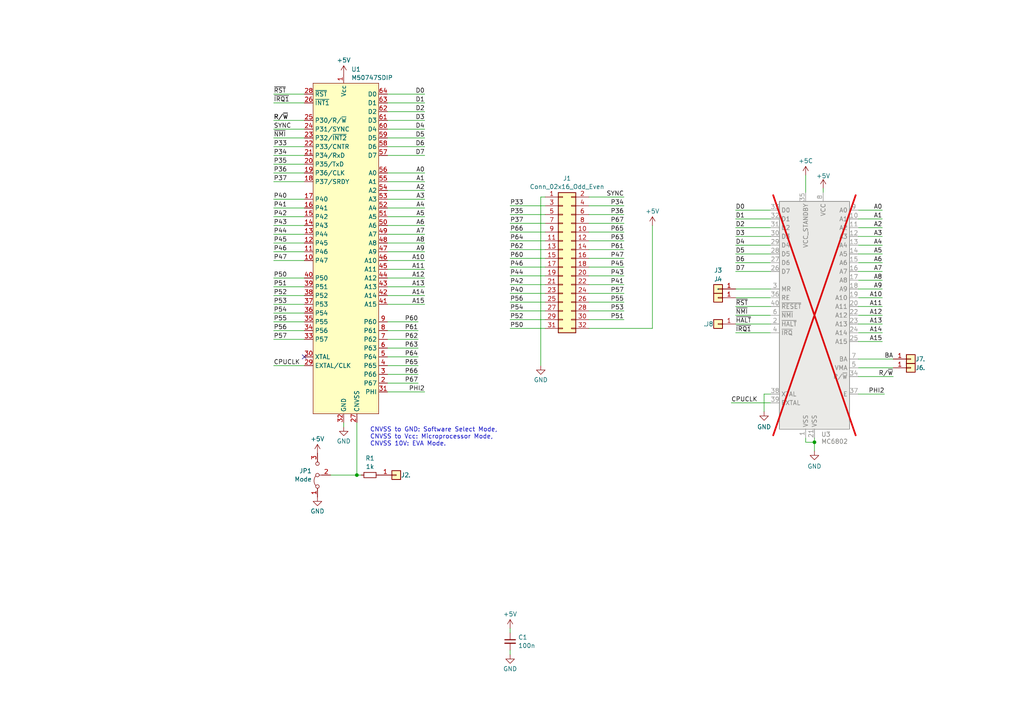
<source format=kicad_sch>
(kicad_sch (version 20231120) (generator "eeschema") (generator_version "8.0")
  (paper "A4")
  (lib_symbols
    (symbol "CPU_NXP_6800:MC6802"
      (property "Reference" "U99" (at 1.9559 -34.552 0))
      (property "Value" "MC6802" (at 1.9559 -36.6 0))
      (symbol "MC6802_0_1"
        (rectangle (start -10.16 -33.02) (end 10.16 33.02) (stroke (width 0.254)) (fill (type background)))
      )
      (symbol "MC6802_1_1"
        (pin power_in line (at -2.54 -35.56 90) (length 2.54) (name "VSS") (number "1"))
        (pin output line (at 12.7 27.94 180) (length 2.54) (name "A1") (number "10"))
        (pin output line (at 12.7 25.4 180) (length 2.54) (name "A2") (number "11"))
        (pin output line (at 12.7 22.86 180) (length 2.54) (name "A3") (number "12"))
        (pin output line (at 12.7 20.32 180) (length 2.54) (name "A4") (number "13"))
        (pin output line (at 12.7 17.78 180) (length 2.54) (name "A5") (number "14"))
        (pin output line (at 12.7 15.24 180) (length 2.54) (name "A6") (number "15"))
        (pin output line (at 12.7 12.7 180) (length 2.54) (name "A7") (number "16"))
        (pin output line (at 12.7 10.16 180) (length 2.54) (name "A8") (number "17"))
        (pin output line (at 12.7 7.62 180) (length 2.54) (name "A9") (number "18"))
        (pin output line (at 12.7 5.08 180) (length 2.54) (name "A10") (number "19"))
        (pin input line (at -12.7 -2.54 0) (length 2.54) (name "~{HALT}") (number "2"))
        (pin output line (at 12.7 2.54 180) (length 2.54) (name "A11") (number "20"))
        (pin power_in line (at 0 -35.56 90) (length 2.54) (name "VSS") (number "21"))
        (pin output line (at 12.7 0 180) (length 2.54) (name "A12") (number "22"))
        (pin output line (at 12.7 -2.54 180) (length 2.54) (name "A13") (number "23"))
        (pin output line (at 12.7 -5.08 180) (length 2.54) (name "A14") (number "24"))
        (pin output line (at 12.7 -7.62 180) (length 2.54) (name "A15") (number "25"))
        (pin bidirectional line (at -12.7 12.7 0) (length 2.54) (name "D7") (number "26"))
        (pin bidirectional line (at -12.7 15.24 0) (length 2.54) (name "D6") (number "27"))
        (pin bidirectional line (at -12.7 17.78 0) (length 2.54) (name "D5") (number "28"))
        (pin bidirectional line (at -12.7 20.32 0) (length 2.54) (name "D4") (number "29"))
        (pin input line (at -12.7 7.62 0) (length 2.54) (name "MR") (number "3"))
        (pin bidirectional line (at -12.7 22.86 0) (length 2.54) (name "D3") (number "30"))
        (pin bidirectional line (at -12.7 25.4 0) (length 2.54) (name "D2") (number "31"))
        (pin bidirectional line (at -12.7 27.94 0) (length 2.54) (name "D1") (number "32"))
        (pin bidirectional line (at -12.7 30.48 0) (length 2.54) (name "D0") (number "33"))
        (pin output line (at 12.7 -17.78 180) (length 2.54) (name "R/~{W}") (number "34"))
        (pin power_in line (at -2.54 35.56 270) (length 2.54) (name "VCC_STANDBY") (number "35"))
        (pin input line (at -12.7 5.08 0) (length 2.54) (name "RE") (number "36"))
        (pin output line (at 12.7 -22.86 180) (length 2.54) (name "E") (number "37"))
        (pin passive line (at -12.7 -22.86 0) (length 2.54) (name "XTAL") (number "38"))
        (pin passive line (at -12.7 -25.4 0) (length 2.54) (name "EXTAL") (number "39"))
        (pin input line (at -12.7 -5.08 0) (length 2.54) (name "~{IRQ}") (number "4"))
        (pin input line (at -12.7 2.54 0) (length 2.54) (name "~{RESET}") (number "40"))
        (pin output line (at 12.7 -15.24 180) (length 2.54) (name "VMA") (number "5"))
        (pin input line (at -12.7 0 0) (length 2.54) (name "~{NMI}") (number "6"))
        (pin output line (at 12.7 -12.7 180) (length 2.54) (name "BA") (number "7"))
        (pin power_in line (at 2.54 35.56 270) (length 2.54) (name "VCC") (number "8"))
        (pin output line (at 12.7 30.48 180) (length 2.54) (name "A0") (number "9"))
      )
    )
    (symbol "Connector_Generic:Conn_01x01" (pin_names (offset 1.016) hide)
      (property "Reference" "J" (at 0 2.54 0))
      (property "Value" "Conn_01x01" (at 0 -2.54 0))
      (symbol "Conn_01x01_1_1"
        (rectangle (start -1.27 0.127) (end 0 -0.127) (stroke (width 0.1524)))
        (rectangle (start -1.27 1.27) (end 1.27 -1.27) (stroke (width 0.254)) (fill (type background)))
        (pin passive line (at -5.08 0 0) (length 3.81) (name "Pin_1") (number "1"))
      )
    )
    (symbol "Connector_Generic:Conn_02x16_Odd_Even" (pin_names (offset 1.016) hide)
      (property "Reference" "J" (at 1.27 20.32 0))
      (property "Value" "Conn_02x16_Odd_Even" (at 1.27 -22.86 0))
      (symbol "Conn_02x16_Odd_Even_1_1"
        (rectangle (start -1.27 -20.193) (end 0 -20.447) (stroke (width 0.1524)))
        (rectangle (start -1.27 -17.653) (end 0 -17.907) (stroke (width 0.1524)))
        (rectangle (start -1.27 -15.113) (end 0 -15.367) (stroke (width 0.1524)))
        (rectangle (start -1.27 -12.573) (end 0 -12.827) (stroke (width 0.1524)))
        (rectangle (start -1.27 -10.033) (end 0 -10.287) (stroke (width 0.1524)))
        (rectangle (start -1.27 -7.493) (end 0 -7.747) (stroke (width 0.1524)))
        (rectangle (start -1.27 -4.953) (end 0 -5.207) (stroke (width 0.1524)))
        (rectangle (start -1.27 -2.413) (end 0 -2.667) (stroke (width 0.1524)))
        (rectangle (start -1.27 0.127) (end 0 -0.127) (stroke (width 0.1524)))
        (rectangle (start -1.27 2.667) (end 0 2.413) (stroke (width 0.1524)))
        (rectangle (start -1.27 5.207) (end 0 4.953) (stroke (width 0.1524)))
        (rectangle (start -1.27 7.747) (end 0 7.493) (stroke (width 0.1524)))
        (rectangle (start -1.27 10.287) (end 0 10.033) (stroke (width 0.1524)))
        (rectangle (start -1.27 12.827) (end 0 12.573) (stroke (width 0.1524)))
        (rectangle (start -1.27 15.367) (end 0 15.113) (stroke (width 0.1524)))
        (rectangle (start -1.27 17.907) (end 0 17.653) (stroke (width 0.1524)))
        (rectangle (start -1.27 19.05) (end 3.81 -21.59) (stroke (width 0.254)) (fill (type background)))
        (rectangle (start 3.81 -20.193) (end 2.54 -20.447) (stroke (width 0.1524)))
        (rectangle (start 3.81 -17.653) (end 2.54 -17.907) (stroke (width 0.1524)))
        (rectangle (start 3.81 -15.113) (end 2.54 -15.367) (stroke (width 0.1524)))
        (rectangle (start 3.81 -12.573) (end 2.54 -12.827) (stroke (width 0.1524)))
        (rectangle (start 3.81 -10.033) (end 2.54 -10.287) (stroke (width 0.1524)))
        (rectangle (start 3.81 -7.493) (end 2.54 -7.747) (stroke (width 0.1524)))
        (rectangle (start 3.81 -4.953) (end 2.54 -5.207) (stroke (width 0.1524)))
        (rectangle (start 3.81 -2.413) (end 2.54 -2.667) (stroke (width 0.1524)))
        (rectangle (start 3.81 0.127) (end 2.54 -0.127) (stroke (width 0.1524)))
        (rectangle (start 3.81 2.667) (end 2.54 2.413) (stroke (width 0.1524)))
        (rectangle (start 3.81 5.207) (end 2.54 4.953) (stroke (width 0.1524)))
        (rectangle (start 3.81 7.747) (end 2.54 7.493) (stroke (width 0.1524)))
        (rectangle (start 3.81 10.287) (end 2.54 10.033) (stroke (width 0.1524)))
        (rectangle (start 3.81 12.827) (end 2.54 12.573) (stroke (width 0.1524)))
        (rectangle (start 3.81 15.367) (end 2.54 15.113) (stroke (width 0.1524)))
        (rectangle (start 3.81 17.907) (end 2.54 17.653) (stroke (width 0.1524)))
        (pin passive line (at -5.08 17.78 0) (length 3.81) (name "Pin_1") (number "1"))
        (pin passive line (at 7.62 7.62 180) (length 3.81) (name "Pin_10") (number "10"))
        (pin passive line (at -5.08 5.08 0) (length 3.81) (name "Pin_11") (number "11"))
        (pin passive line (at 7.62 5.08 180) (length 3.81) (name "Pin_12") (number "12"))
        (pin passive line (at -5.08 2.54 0) (length 3.81) (name "Pin_13") (number "13"))
        (pin passive line (at 7.62 2.54 180) (length 3.81) (name "Pin_14") (number "14"))
        (pin passive line (at -5.08 0 0) (length 3.81) (name "Pin_15") (number "15"))
        (pin passive line (at 7.62 0 180) (length 3.81) (name "Pin_16") (number "16"))
        (pin passive line (at -5.08 -2.54 0) (length 3.81) (name "Pin_17") (number "17"))
        (pin passive line (at 7.62 -2.54 180) (length 3.81) (name "Pin_18") (number "18"))
        (pin passive line (at -5.08 -5.08 0) (length 3.81) (name "Pin_19") (number "19"))
        (pin passive line (at 7.62 17.78 180) (length 3.81) (name "Pin_2") (number "2"))
        (pin passive line (at 7.62 -5.08 180) (length 3.81) (name "Pin_20") (number "20"))
        (pin passive line (at -5.08 -7.62 0) (length 3.81) (name "Pin_21") (number "21"))
        (pin passive line (at 7.62 -7.62 180) (length 3.81) (name "Pin_22") (number "22"))
        (pin passive line (at -5.08 -10.16 0) (length 3.81) (name "Pin_23") (number "23"))
        (pin passive line (at 7.62 -10.16 180) (length 3.81) (name "Pin_24") (number "24"))
        (pin passive line (at -5.08 -12.7 0) (length 3.81) (name "Pin_25") (number "25"))
        (pin passive line (at 7.62 -12.7 180) (length 3.81) (name "Pin_26") (number "26"))
        (pin passive line (at -5.08 -15.24 0) (length 3.81) (name "Pin_27") (number "27"))
        (pin passive line (at 7.62 -15.24 180) (length 3.81) (name "Pin_28") (number "28"))
        (pin passive line (at -5.08 -17.78 0) (length 3.81) (name "Pin_29") (number "29"))
        (pin passive line (at -5.08 15.24 0) (length 3.81) (name "Pin_3") (number "3"))
        (pin passive line (at 7.62 -17.78 180) (length 3.81) (name "Pin_30") (number "30"))
        (pin passive line (at -5.08 -20.32 0) (length 3.81) (name "Pin_31") (number "31"))
        (pin passive line (at 7.62 -20.32 180) (length 3.81) (name "Pin_32") (number "32"))
        (pin passive line (at 7.62 15.24 180) (length 3.81) (name "Pin_4") (number "4"))
        (pin passive line (at -5.08 12.7 0) (length 3.81) (name "Pin_5") (number "5"))
        (pin passive line (at 7.62 12.7 180) (length 3.81) (name "Pin_6") (number "6"))
        (pin passive line (at -5.08 10.16 0) (length 3.81) (name "Pin_7") (number "7"))
        (pin passive line (at 7.62 10.16 180) (length 3.81) (name "Pin_8") (number "8"))
        (pin passive line (at -5.08 7.62 0) (length 3.81) (name "Pin_9") (number "9"))
      )
    )
    (symbol "Device:C_Small" (pin_numbers hide) (pin_names (offset 0.254) hide)
      (property "Reference" "C" (at 0.254 1.778 0))
      (property "Value" "C_Small" (at 0.254 -2.032 0))
      (symbol "C_Small_0_1"
        (polyline (pts (xy -1.524 -0.508) (xy 1.524 -0.508)) (stroke (width 0.3302)))
        (polyline (pts (xy -1.524 0.508) (xy 1.524 0.508)) (stroke (width 0.3048)))
      )
      (symbol "C_Small_1_1"
        (pin passive line (at 0 2.54 270) (length 2.032) (name "~") (number "1"))
        (pin passive line (at 0 -2.54 90) (length 2.032) (name "~") (number "2"))
      )
    )
    (symbol "Device:R_Small" (pin_numbers hide) (pin_names (offset 0.254) hide)
      (property "Reference" "R" (at 0.762 0.508 0))
      (property "Value" "R_Small" (at 0.762 -1.016 0))
      (symbol "R_Small_0_1"
        (rectangle (start -0.762 1.778) (end 0.762 -1.778) (stroke (width 0.2032)))
      )
      (symbol "R_Small_1_1"
        (pin passive line (at 0 2.54 270) (length 0.762) (name "~") (number "1"))
        (pin passive line (at 0 -2.54 90) (length 0.762) (name "~") (number "2"))
      )
    )
    (symbol "Jumper:Jumper_3_Bridged12" (pin_names (offset 0) hide)
      (property "Reference" "JP" (at -2.54 -2.54 0))
      (property "Value" "Jumper_3_Bridged12" (at 0 2.794 0))
      (symbol "Jumper_3_Bridged12_0_0"
        (circle (center -3.302 0) (radius 0.508))
        (circle (center 0 0) (radius 0.508))
        (circle (center 3.302 0) (radius 0.508))
      )
      (symbol "Jumper_3_Bridged12_0_1"
        (arc (start -0.254 0.508) (mid -1.651 0.9912) (end -3.048 0.508))
        (polyline (pts (xy 0 -1.27) (xy 0 -0.508)))
      )
      (symbol "Jumper_3_Bridged12_1_1"
        (pin passive line (at -6.35 0 0) (length 2.54) (name "A") (number "1"))
        (pin passive line (at 0 -3.81 90) (length 2.54) (name "C") (number "2"))
        (pin passive line (at 6.35 0 180) (length 2.54) (name "B") (number "3"))
      )
    )
    (symbol "my_ics_new:M50747SDIP"
      (property "Reference" "U" (at 1.905 50.165 0))
      (property "Value" "M50747SDIP" (at 6.35 47.625 0))
      (symbol "M50747SDIP_1_1"
        (rectangle (start -8.89 46.355) (end 10.16 -49.53) (fill (type background)))
        (pin power_in line (at 0 48.895 270) (length 2.54) (name "Vcc") (number "1"))
        (pin bidirectional line (at -11.43 -5.08 0) (length 2.54) (name "P47") (number "10"))
        (pin bidirectional line (at -11.43 -2.54 0) (length 2.54) (name "P46") (number "11"))
        (pin bidirectional line (at -11.43 0 0) (length 2.54) (name "P45") (number "12"))
        (pin bidirectional line (at -11.43 2.54 0) (length 2.54) (name "P44") (number "13"))
        (pin bidirectional line (at -11.43 5.08 0) (length 2.54) (name "P43") (number "14"))
        (pin bidirectional line (at -11.43 7.62 0) (length 2.54) (name "P42") (number "15"))
        (pin bidirectional line (at -11.43 10.16 0) (length 2.54) (name "P41") (number "16"))
        (pin bidirectional line (at -11.43 12.7 0) (length 2.54) (name "P40") (number "17"))
        (pin bidirectional line (at -11.43 17.78 0) (length 2.54) (name "P37/SRDY") (number "18"))
        (pin bidirectional line (at -11.43 20.32 0) (length 2.54) (name "P36/CLK") (number "19"))
        (pin output line (at 12.7 -40.64 180) (length 2.54) (name "P67") (number "2"))
        (pin bidirectional line (at -11.43 22.86 0) (length 2.54) (name "P35/TxD") (number "20"))
        (pin bidirectional line (at -11.43 25.4 0) (length 2.54) (name "P34/RxD") (number "21"))
        (pin bidirectional line (at -11.43 27.94 0) (length 2.54) (name "P33/CNTR") (number "22"))
        (pin bidirectional line (at -11.43 30.48 0) (length 2.54) (name "P32/~{INT2}") (number "23"))
        (pin bidirectional line (at -11.43 33.02 0) (length 2.54) (name "P31/SYNC") (number "24"))
        (pin bidirectional line (at -11.43 35.56 0) (length 2.54) (name "P30/R/~{W}") (number "25"))
        (pin input line (at -11.43 40.64 0) (length 2.54) (name "~{INT1}") (number "26"))
        (pin power_in line (at 3.81 -52.07 90) (length 2.54) (name "CNVSS") (number "27"))
        (pin input line (at -11.43 43.18 0) (length 2.54) (name "~{RST}") (number "28"))
        (pin input line (at -11.43 -35.56 0) (length 2.54) (name "EXTAL/CLK") (number "29"))
        (pin output line (at 12.7 -38.1 180) (length 2.54) (name "P66") (number "3"))
        (pin output line (at -11.43 -33.02 0) (length 2.54) (name "XTAL") (number "30"))
        (pin output line (at 12.7 -43.18 180) (length 2.54) (name "PHI") (number "31"))
        (pin power_in line (at 0 -52.07 90) (length 2.54) (name "GND") (number "32"))
        (pin input line (at -11.43 -27.94 0) (length 2.54) (name "P57") (number "33"))
        (pin input line (at -11.43 -25.4 0) (length 2.54) (name "P56") (number "34"))
        (pin input line (at -11.43 -22.86 0) (length 2.54) (name "P55") (number "35"))
        (pin input line (at -11.43 -20.32 0) (length 2.54) (name "P54") (number "36"))
        (pin input line (at -11.43 -17.78 0) (length 2.54) (name "P53") (number "37"))
        (pin input line (at -11.43 -15.24 0) (length 2.54) (name "P52") (number "38"))
        (pin input line (at -11.43 -12.7 0) (length 2.54) (name "P51") (number "39"))
        (pin output line (at 12.7 -35.56 180) (length 2.54) (name "P65") (number "4"))
        (pin input line (at -11.43 -10.16 0) (length 2.54) (name "P50") (number "40"))
        (pin power_in line (at 12.7 -17.78 180) (length 2.54) (name "A15") (number "41"))
        (pin power_in line (at 12.7 -15.24 180) (length 2.54) (name "A14") (number "42"))
        (pin power_in line (at 12.7 -12.7 180) (length 2.54) (name "A13") (number "43"))
        (pin power_in line (at 12.7 -10.16 180) (length 2.54) (name "A12") (number "44"))
        (pin power_in line (at 12.7 -7.62 180) (length 2.54) (name "A11") (number "45"))
        (pin power_in line (at 12.7 -5.08 180) (length 2.54) (name "A10") (number "46"))
        (pin power_in line (at 12.7 -2.54 180) (length 2.54) (name "A9") (number "47"))
        (pin power_in line (at 12.7 0 180) (length 2.54) (name "A8") (number "48"))
        (pin power_in line (at 12.7 2.54 180) (length 2.54) (name "A7") (number "49"))
        (pin output line (at 12.7 -33.02 180) (length 2.54) (name "P64") (number "5"))
        (pin power_in line (at 12.7 5.08 180) (length 2.54) (name "A6") (number "50"))
        (pin power_in line (at 12.7 7.62 180) (length 2.54) (name "A5") (number "51"))
        (pin power_in line (at 12.7 10.16 180) (length 2.54) (name "A4") (number "52"))
        (pin power_in line (at 12.7 12.7 180) (length 2.54) (name "A3") (number "53"))
        (pin power_in line (at 12.7 15.24 180) (length 2.54) (name "A2") (number "54"))
        (pin power_in line (at 12.7 17.78 180) (length 2.54) (name "A1") (number "55"))
        (pin power_in line (at 12.7 20.32 180) (length 2.54) (name "A0") (number "56"))
        (pin bidirectional line (at 12.7 25.4 180) (length 2.54) (name "D7") (number "57"))
        (pin bidirectional line (at 12.7 27.94 180) (length 2.54) (name "D6") (number "58"))
        (pin bidirectional line (at 12.7 30.48 180) (length 2.54) (name "D5") (number "59"))
        (pin output line (at 12.7 -30.48 180) (length 2.54) (name "P63") (number "6"))
        (pin bidirectional line (at 12.7 33.02 180) (length 2.54) (name "D4") (number "60"))
        (pin bidirectional line (at 12.7 35.56 180) (length 2.54) (name "D3") (number "61"))
        (pin bidirectional line (at 12.7 38.1 180) (length 2.54) (name "D2") (number "62"))
        (pin bidirectional line (at 12.7 40.64 180) (length 2.54) (name "D1") (number "63"))
        (pin bidirectional line (at 12.7 43.18 180) (length 2.54) (name "D0") (number "64"))
        (pin output line (at 12.7 -27.94 180) (length 2.54) (name "P62") (number "7"))
        (pin output line (at 12.7 -25.4 180) (length 2.54) (name "P61") (number "8"))
        (pin output line (at 12.7 -22.86 180) (length 2.54) (name "P60") (number "9"))
      )
    )
    (symbol "power:+5C" (power) (pin_names (offset 0))
      (property "Value" "+5C" (at 0 3.556 0))
      (symbol "+5C_0_1"
        (polyline (pts (xy -0.762 1.27) (xy 0 2.54)))
        (polyline (pts (xy 0 0) (xy 0 2.54)))
        (polyline (pts (xy 0 2.54) (xy 0.762 1.27)))
      )
      (symbol "+5C_1_1"
        (pin power_in line (at 0 0 90) (length 0) hide (name "+5C") (number "1"))
      )
    )
    (symbol "power:+5V" (power) (pin_names (offset 0))
      (property "Value" "+5V" (at 0 3.556 0))
      (symbol "+5V_0_1"
        (polyline (pts (xy -0.762 1.27) (xy 0 2.54)))
        (polyline (pts (xy 0 0) (xy 0 2.54)))
        (polyline (pts (xy 0 2.54) (xy 0.762 1.27)))
      )
      (symbol "+5V_1_1"
        (pin power_in line (at 0 0 90) (length 0) hide (name "+5V") (number "1"))
      )
    )
    (symbol "power:GND" (power) (pin_names (offset 0))
      (property "Value" "GND" (at 0 -3.81 0))
      (symbol "GND_0_1"
        (polyline (pts (xy 0 0) (xy 0 -1.27) (xy 1.27 -1.27) (xy 0 -2.54) (xy -1.27 -1.27) (xy 0 -1.27)))
      )
      (symbol "GND_1_1"
        (pin power_in line (at 0 0 270) (length 0) hide (name "GND") (number "1"))
      )
    )
  )
  (junction (at 236.22 128.27))
  (junction (at 103.505 137.795))
  (no_connect (at 88.265 103.505))
  (wire (pts (xy 79.375 95.885) (xy 88.265 95.885)))
  (wire (pts (xy 223.52 73.66) (xy 213.36 73.66)))
  (wire (pts (xy 170.815 92.71) (xy 180.975 92.71)))
  (wire (pts (xy 79.375 106.045) (xy 88.265 106.045)))
  (wire (pts (xy 79.375 42.545) (xy 88.265 42.545)))
  (wire (pts (xy 248.92 99.06) (xy 255.905 99.06)))
  (wire (pts (xy 170.815 95.25) (xy 189.23 95.25)))
  (wire (pts (xy 170.815 57.15) (xy 180.975 57.15)))
  (wire (pts (xy 79.375 60.325) (xy 88.265 60.325)))
  (wire (pts (xy 147.955 189.865) (xy 147.955 188.595)))
  (wire (pts (xy 259.08 104.14) (xy 248.92 104.14)))
  (wire (pts (xy 223.52 60.96) (xy 213.36 60.96)))
  (wire (pts (xy 112.395 83.185) (xy 123.19 83.185)))
  (wire (pts (xy 170.815 77.47) (xy 180.975 77.47)))
  (wire (pts (xy 223.52 66.04) (xy 213.36 66.04)))
  (wire (pts (xy 79.375 75.565) (xy 88.265 75.565)))
  (wire (pts (xy 112.395 88.265) (xy 123.19 88.265)))
  (wire (pts (xy 79.375 37.465) (xy 88.265 37.465)))
  (wire (pts (xy 213.36 83.82) (xy 223.52 83.82)))
  (wire (pts (xy 112.395 52.705) (xy 123.19 52.705)))
  (wire (pts (xy 99.695 122.555) (xy 99.695 123.825)))
  (wire (pts (xy 112.395 60.325) (xy 123.19 60.325)))
  (wire (pts (xy 112.395 50.165) (xy 123.19 50.165)))
  (wire (pts (xy 212.09 116.84) (xy 223.52 116.84)))
  (wire (pts (xy 233.68 128.27) (xy 233.68 127)))
  (wire (pts (xy 223.52 114.3) (xy 221.615 114.3)))
  (wire (pts (xy 79.375 45.085) (xy 88.265 45.085)))
  (wire (pts (xy 213.36 88.9) (xy 223.52 88.9)))
  (wire (pts (xy 79.375 27.305) (xy 88.265 27.305)))
  (wire (pts (xy 79.375 88.265) (xy 88.265 88.265)))
  (wire (pts (xy 213.36 96.52) (xy 223.52 96.52)))
  (wire (pts (xy 112.395 78.105) (xy 123.19 78.105)))
  (wire (pts (xy 147.955 182.245) (xy 147.955 183.515)))
  (wire (pts (xy 213.36 86.36) (xy 223.52 86.36)))
  (wire (pts (xy 112.395 29.845) (xy 123.19 29.845)))
  (wire (pts (xy 79.375 65.405) (xy 88.265 65.405)))
  (wire (pts (xy 112.395 73.025) (xy 123.19 73.025)))
  (wire (pts (xy 79.375 73.025) (xy 88.265 73.025)))
  (wire (pts (xy 121.285 95.885) (xy 112.395 95.885)))
  (wire (pts (xy 112.395 34.925) (xy 123.19 34.925)))
  (wire (pts (xy 259.08 106.68) (xy 248.92 106.68)))
  (wire (pts (xy 156.845 57.15) (xy 156.845 106.045)))
  (wire (pts (xy 248.92 96.52) (xy 255.905 96.52)))
  (wire (pts (xy 112.395 80.645) (xy 123.19 80.645)))
  (wire (pts (xy 121.285 103.505) (xy 112.395 103.505)))
  (wire (pts (xy 112.395 85.725) (xy 123.19 85.725)))
  (wire (pts (xy 112.395 65.405) (xy 123.19 65.405)))
  (wire (pts (xy 170.815 87.63) (xy 180.975 87.63)))
  (wire (pts (xy 112.395 32.385) (xy 123.19 32.385)))
  (wire (pts (xy 79.375 85.725) (xy 88.265 85.725)))
  (wire (pts (xy 121.285 111.125) (xy 112.395 111.125)))
  (wire (pts (xy 248.92 93.98) (xy 255.905 93.98)))
  (wire (pts (xy 156.845 57.15) (xy 158.115 57.15)))
  (wire (pts (xy 236.22 128.27) (xy 236.22 130.81)))
  (wire (pts (xy 170.815 74.93) (xy 180.975 74.93)))
  (wire (pts (xy 223.52 68.58) (xy 213.36 68.58)))
  (wire (pts (xy 233.68 50.8) (xy 233.68 55.88)))
  (wire (pts (xy 112.395 62.865) (xy 123.19 62.865)))
  (wire (pts (xy 170.815 72.39) (xy 180.975 72.39)))
  (wire (pts (xy 147.955 87.63) (xy 158.115 87.63)))
  (wire (pts (xy 79.375 40.005) (xy 88.265 40.005)))
  (wire (pts (xy 189.23 65.405) (xy 189.23 95.25)))
  (wire (pts (xy 248.92 60.96) (xy 255.905 60.96)))
  (wire (pts (xy 147.955 72.39) (xy 158.115 72.39)))
  (wire (pts (xy 79.375 34.925) (xy 88.265 34.925)))
  (wire (pts (xy 112.395 57.785) (xy 123.19 57.785)))
  (wire (pts (xy 121.285 93.345) (xy 112.395 93.345)))
  (wire (pts (xy 79.375 70.485) (xy 88.265 70.485)))
  (wire (pts (xy 248.92 83.82) (xy 255.905 83.82)))
  (wire (pts (xy 147.955 62.23) (xy 158.115 62.23)))
  (wire (pts (xy 238.76 54.61) (xy 238.76 55.88)))
  (wire (pts (xy 79.375 52.705) (xy 88.265 52.705)))
  (wire (pts (xy 79.375 29.845) (xy 88.265 29.845)))
  (wire (pts (xy 79.375 98.425) (xy 88.265 98.425)))
  (wire (pts (xy 170.815 80.01) (xy 180.975 80.01)))
  (wire (pts (xy 79.375 67.945) (xy 88.265 67.945)))
  (wire (pts (xy 221.615 114.3) (xy 221.615 119.38)))
  (wire (pts (xy 79.375 50.165) (xy 88.265 50.165)))
  (wire (pts (xy 248.92 71.12) (xy 255.905 71.12)))
  (wire (pts (xy 248.92 73.66) (xy 255.905 73.66)))
  (wire (pts (xy 248.92 86.36) (xy 255.905 86.36)))
  (wire (pts (xy 103.505 122.555) (xy 103.505 137.795)))
  (wire (pts (xy 223.52 76.2) (xy 213.36 76.2)))
  (wire (pts (xy 170.815 67.31) (xy 180.975 67.31)))
  (wire (pts (xy 248.92 76.2) (xy 255.905 76.2)))
  (wire (pts (xy 170.815 69.85) (xy 180.975 69.85)))
  (wire (pts (xy 248.92 68.58) (xy 255.905 68.58)))
  (wire (pts (xy 112.395 27.305) (xy 123.19 27.305)))
  (wire (pts (xy 147.955 85.09) (xy 158.115 85.09)))
  (wire (pts (xy 170.815 59.69) (xy 180.975 59.69)))
  (wire (pts (xy 79.375 62.865) (xy 88.265 62.865)))
  (wire (pts (xy 248.92 88.9) (xy 255.905 88.9)))
  (wire (pts (xy 121.285 106.045) (xy 112.395 106.045)))
  (wire (pts (xy 95.885 137.795) (xy 103.505 137.795)))
  (wire (pts (xy 223.52 63.5) (xy 213.36 63.5)))
  (wire (pts (xy 121.285 98.425) (xy 112.395 98.425)))
  (wire (pts (xy 147.955 95.25) (xy 158.115 95.25)))
  (wire (pts (xy 103.505 137.795) (xy 104.775 137.795)))
  (wire (pts (xy 147.955 90.17) (xy 158.115 90.17)))
  (wire (pts (xy 147.955 64.77) (xy 158.115 64.77)))
  (wire (pts (xy 79.375 80.645) (xy 88.265 80.645)))
  (wire (pts (xy 248.92 78.74) (xy 255.905 78.74)))
  (wire (pts (xy 79.375 57.785) (xy 88.265 57.785)))
  (wire (pts (xy 213.36 93.98) (xy 223.52 93.98)))
  (wire (pts (xy 79.375 93.345) (xy 88.265 93.345)))
  (wire (pts (xy 147.955 82.55) (xy 158.115 82.55)))
  (wire (pts (xy 248.92 91.44) (xy 255.905 91.44)))
  (wire (pts (xy 223.52 71.12) (xy 213.36 71.12)))
  (wire (pts (xy 147.955 80.01) (xy 158.115 80.01)))
  (wire (pts (xy 121.285 100.965) (xy 112.395 100.965)))
  (wire (pts (xy 170.815 82.55) (xy 180.975 82.55)))
  (wire (pts (xy 79.375 83.185) (xy 88.265 83.185)))
  (wire (pts (xy 248.92 63.5) (xy 255.905 63.5)))
  (wire (pts (xy 147.955 92.71) (xy 158.115 92.71)))
  (wire (pts (xy 213.36 91.44) (xy 223.52 91.44)))
  (wire (pts (xy 259.08 109.22) (xy 248.92 109.22)))
  (wire (pts (xy 256.54 114.3) (xy 248.92 114.3)))
  (wire (pts (xy 112.395 55.245) (xy 123.19 55.245)))
  (wire (pts (xy 170.815 62.23) (xy 180.975 62.23)))
  (wire (pts (xy 112.395 42.545) (xy 123.19 42.545)))
  (wire (pts (xy 223.52 78.74) (xy 213.36 78.74)))
  (wire (pts (xy 170.815 64.77) (xy 180.975 64.77)))
  (wire (pts (xy 147.955 67.31) (xy 158.115 67.31)))
  (wire (pts (xy 147.955 74.93) (xy 158.115 74.93)))
  (wire (pts (xy 121.285 108.585) (xy 112.395 108.585)))
  (wire (pts (xy 248.92 81.28) (xy 255.905 81.28)))
  (wire (pts (xy 236.22 127) (xy 236.22 128.27)))
  (wire (pts (xy 112.395 67.945) (xy 123.19 67.945)))
  (wire (pts (xy 147.955 59.69) (xy 158.115 59.69)))
  (wire (pts (xy 79.375 90.805) (xy 88.265 90.805)))
  (wire (pts (xy 248.92 66.04) (xy 255.905 66.04)))
  (wire (pts (xy 112.395 45.085) (xy 123.19 45.085)))
  (wire (pts (xy 236.22 128.27) (xy 233.68 128.27)))
  (wire (pts (xy 170.815 85.09) (xy 180.975 85.09)))
  (wire (pts (xy 79.375 47.625) (xy 88.265 47.625)))
  (wire (pts (xy 147.955 69.85) (xy 158.115 69.85)))
  (wire (pts (xy 112.395 70.485) (xy 123.19 70.485)))
  (wire (pts (xy 112.395 37.465) (xy 123.19 37.465)))
  (wire (pts (xy 112.395 75.565) (xy 123.19 75.565)))
  (wire (pts (xy 147.955 77.47) (xy 158.115 77.47)))
  (wire (pts (xy 112.395 113.665) (xy 123.19 113.665)))
  (wire (pts (xy 170.815 90.17) (xy 180.975 90.17)))
  (wire (pts (xy 112.395 40.005) (xy 123.19 40.005)))
  (text "CNVSS to GND: Software Select Mode,\nCNVSS to Vcc: Microprocessor Mode,\nCNVSS 10V: EVA Mode." (at 107.315 129.54 0) (effects (font (size 1.27 1.27)) (justify left bottom)))
  (label "A8" (at 255.905 81.28 180))
  (label "P54" (at 79.375 90.805 0))
  (label "P61" (at 180.975 72.39 180))
  (label "P41" (at 79.375 60.325 0))
  (label "D3" (at 123.19 34.925 180))
  (label "R{slash}~{W}" (at 79.375 34.925 0))
  (label "P40" (at 79.375 57.785 0))
  (label "PHI2" (at 256.54 114.3 180))
  (label "P55" (at 79.375 93.345 0))
  (label "BA" (at 259.08 104.14 180))
  (label "PHI2" (at 123.19 113.665 180))
  (label "D1" (at 213.36 63.5 0))
  (label "P50" (at 79.375 80.645 0))
  (label "A14" (at 255.905 96.52 180))
  (label "P35" (at 79.375 47.625 0))
  (label "P57" (at 180.975 85.09 180))
  (label "P53" (at 79.375 88.265 0))
  (label "A7" (at 123.19 67.945 180))
  (label "P44" (at 147.955 80.01 0))
  (label "D7" (at 213.36 78.74 0))
  (label "~{NMI}" (at 213.36 91.44 0))
  (label "P47" (at 180.975 74.93 180))
  (label "P61" (at 121.285 95.885 180))
  (label "P60" (at 147.955 74.93 0))
  (label "A6" (at 255.905 76.2 180))
  (label "P67" (at 180.975 64.77 180))
  (label "A15" (at 123.19 88.265 180))
  (label "P62" (at 121.285 98.425 180))
  (label "R{slash}~{W}" (at 259.08 109.22 180))
  (label "D3" (at 213.36 68.58 0))
  (label "~{NMI}" (at 79.375 40.005 0))
  (label "P42" (at 147.955 82.55 0))
  (label "P56" (at 147.955 87.63 0))
  (label "P33" (at 147.955 59.69 0))
  (label "D6" (at 213.36 76.2 0))
  (label "P47" (at 79.375 75.565 0))
  (label "P65" (at 180.975 67.31 180))
  (label "A5" (at 255.905 73.66 180))
  (label "A6" (at 123.19 65.405 180))
  (label "A5" (at 123.19 62.865 180))
  (label "A1" (at 255.905 63.5 180))
  (label "P66" (at 121.285 108.585 180))
  (label "P51" (at 180.975 92.71 180))
  (label "P37" (at 147.955 64.77 0))
  (label "P45" (at 180.975 77.47 180))
  (label "D0" (at 213.36 60.96 0))
  (label "D7" (at 123.19 45.085 180))
  (label "D2" (at 213.36 66.04 0))
  (label "P64" (at 121.285 103.505 180))
  (label "P33" (at 79.375 42.545 0))
  (label "P37" (at 79.375 52.705 0))
  (label "~{IRQ1}" (at 213.36 96.52 0))
  (label "A3" (at 255.905 68.58 180))
  (label "D5" (at 213.36 73.66 0))
  (label "CPUCLK" (at 79.375 106.045 0))
  (label "P51" (at 79.375 83.185 0))
  (label "A12" (at 123.19 80.645 180))
  (label "P36" (at 79.375 50.165 0))
  (label "P63" (at 121.285 100.965 180))
  (label "P57" (at 79.375 98.425 0))
  (label "P55" (at 180.975 87.63 180))
  (label "P63" (at 180.975 69.85 180))
  (label "P52" (at 79.375 85.725 0))
  (label "D6" (at 123.19 42.545 180))
  (label "A0" (at 255.905 60.96 180))
  (label "P67" (at 121.285 111.125 180))
  (label "P52" (at 147.955 92.71 0))
  (label "P40" (at 147.955 85.09 0))
  (label "P62" (at 147.955 72.39 0))
  (label "P35" (at 147.955 62.23 0))
  (label "D0" (at 123.19 27.305 180))
  (label "P50" (at 147.955 95.25 0))
  (label "D1" (at 123.19 29.845 180))
  (label "P36" (at 180.975 62.23 180))
  (label "P41" (at 180.975 82.55 180))
  (label "P53" (at 180.975 90.17 180))
  (label "P42" (at 79.375 62.865 0))
  (label "P45" (at 79.375 70.485 0))
  (label "P43" (at 79.375 65.405 0))
  (label "P65" (at 121.285 106.045 180))
  (label "~{IRQ1}" (at 79.375 29.845 0))
  (label "D5" (at 123.19 40.005 180))
  (label "P60" (at 121.285 93.345 180))
  (label "SYNC" (at 79.375 37.465 0))
  (label "D2" (at 123.19 32.385 180))
  (label "A8" (at 123.19 70.485 180))
  (label "P44" (at 79.375 67.945 0))
  (label "A0" (at 123.19 50.165 180))
  (label "A2" (at 255.905 66.04 180))
  (label "P64" (at 147.955 69.85 0))
  (label "R{slash}~{W}" (at 79.375 34.925 0))
  (label "P54" (at 147.955 90.17 0))
  (label "P34" (at 79.375 45.085 0))
  (label "~{HALT}" (at 213.36 93.98 0))
  (label "~{RST}" (at 79.375 27.305 0))
  (label "A13" (at 123.19 83.185 180))
  (label "SYNC" (at 180.975 57.15 180))
  (label "CPUCLK" (at 212.09 116.84 0))
  (label "A11" (at 255.905 88.9 180))
  (label "A9" (at 123.19 73.025 180))
  (label "P34" (at 180.975 59.69 180))
  (label "P46" (at 79.375 73.025 0))
  (label "A10" (at 123.19 75.565 180))
  (label "P66" (at 147.955 67.31 0))
  (label "A10" (at 255.905 86.36 180))
  (label "~{RST}" (at 213.36 88.9 0))
  (label "P46" (at 147.955 77.47 0))
  (label "A2" (at 123.19 55.245 180))
  (label "A12" (at 255.905 91.44 180))
  (label "A13" (at 255.905 93.98 180))
  (label "A4" (at 123.19 60.325 180))
  (label "A9" (at 255.905 83.82 180))
  (label "A3" (at 123.19 57.785 180))
  (label "A7" (at 255.905 78.74 180))
  (label "A14" (at 123.19 85.725 180))
  (label "A4" (at 255.905 71.12 180))
  (label "A15" (at 255.905 99.06 180))
  (label "A11" (at 123.19 78.105 180))
  (label "P56" (at 79.375 95.885 0))
  (label "P43" (at 180.975 80.01 180))
  (label "D4" (at 213.36 71.12 0))
  (label "D4" (at 123.19 37.465 180))
  (label "A1" (at 123.19 52.705 180))
  (symbol (lib_id "Connector_Generic:Conn_01x01") (at 208.28 83.82 0) (mirror y) (unit 1)
    (property "Reference" "J3" (at 208.28 78.4057 0))
    (property "Value" "." (at 208.28 80.8299 0))
    (property "Footprint" "Connector_PinHeader_2.00mm:PinHeader_1x01_P2.00mm_Vertical" (effects (hide yes)))
  )
  (symbol (lib_id "my_ics_new:M50747SDIP") (at 99.695 70.485 0) (unit 1)
    (property "Reference" "U1" (at 101.8891 20.1127 0) (effects (justify left)))
    (property "Value" "M50747SDIP" (at 101.8891 22.5369 0) (effects (justify left)))
    (property "Footprint" "my_own_conn:DIP-64_P1.778_W19.05" (effects (hide yes)))
  )
  (symbol (lib_id "power:GND") (at 221.615 119.38 0) (mirror y) (unit 1)
    (property "Reference" "#PWR018" (effects (hide yes)))
    (property "Value" "GND" (at 221.615 123.8234 0))
  )
  (symbol (lib_id "Device:C_Small") (at 147.955 186.055 0) (unit 1)
    (property "Reference" "C1" (at 150.2791 184.8492 0) (effects (justify left)))
    (property "Value" "100n" (at 150.2791 187.2734 0) (effects (justify left)))
    (property "Footprint" "Capacitor_SMD:C_1206_3216Metric_Pad1.33x1.80mm_HandSolder" (effects (hide yes)))
  )
  (symbol (lib_id "Connector_Generic:Conn_01x01") (at 208.28 93.98 0) (mirror y) (unit 1)
    (property "Reference" "J8" (at 205.74 93.98 0))
    (property "Value" "." (at 204.47 93.98 0))
    (property "Footprint" "Connector_PinHeader_2.00mm:PinHeader_1x01_P2.00mm_Vertical" (effects (hide yes)))
  )
  (symbol (lib_id "power:GND") (at 99.695 123.825 0) (unit 1)
    (property "Reference" "#PWR02" (effects (hide yes)))
    (property "Value" "GND" (at 99.695 127.9581 0))
  )
  (symbol (lib_id "power:GND") (at 156.845 106.045 0) (unit 1)
    (property "Reference" "#PWR015" (effects (hide yes)))
    (property "Value" "GND" (at 156.845 110.1781 0))
  )
  (symbol (lib_id "Jumper:Jumper_3_Bridged12") (at 92.075 137.795 90) (unit 1)
    (property "Reference" "JP1" (at 90.4488 136.5829 90) (effects (justify left)))
    (property "Value" "Mode" (at 90.4488 139.0071 90) (effects (justify left)))
    (property "Footprint" "Jumper:SolderJumper-3_P1.3mm_Open_Pad1.0x1.5mm" (effects (hide yes)))
  )
  (symbol (lib_id "power:GND") (at 147.955 189.865 0) (unit 1)
    (property "Reference" "#PWR04" (effects (hide yes)))
    (property "Value" "GND" (at 147.955 193.9981 0))
  )
  (symbol (lib_id "power:+5V") (at 92.075 131.445 0) (unit 1)
    (property "Reference" "#PWR05" (effects (hide yes)))
    (property "Value" "+5V" (at 92.075 127.3119 0))
  )
  (symbol (lib_id "power:GND") (at 236.22 130.81 0) (mirror y) (unit 1)
    (property "Reference" "#PWR019" (effects (hide yes)))
    (property "Value" "GND" (at 236.22 135.2534 0))
  )
  (symbol (lib_id "power:+5V") (at 189.23 65.405 0) (unit 1)
    (property "Reference" "#PWR016" (effects (hide yes)))
    (property "Value" "+5V" (at 189.23 61.2719 0))
  )
  (symbol (lib_id "Connector_Generic:Conn_01x01") (at 114.935 137.795 0) (unit 1)
    (property "Reference" "J2" (at 117.475 137.795 0))
    (property "Value" "." (at 118.745 137.795 0))
    (property "Footprint" "Connector_PinHeader_2.00mm:PinHeader_1x01_P2.00mm_Vertical" (effects (hide yes)))
  )
  (symbol (lib_id "power:+5V") (at 238.76 54.61 0) (unit 1)
    (property "Reference" "#PWR017" (effects (hide yes)))
    (property "Value" "+5V" (at 238.76 51.0342 0))
  )
  (symbol (lib_id "Connector_Generic:Conn_01x01") (at 208.28 86.36 0) (mirror y) (unit 1)
    (property "Reference" "J4" (at 208.28 80.9457 0))
    (property "Value" "." (at 208.28 83.3699 0))
    (property "Footprint" "Connector_PinHeader_2.00mm:PinHeader_1x01_P2.00mm_Vertical" (effects (hide yes)))
  )
  (symbol (lib_id "Connector_Generic:Conn_01x01") (at 264.16 106.68 0) (unit 1)
    (property "Reference" "J6" (at 266.7 106.68 0))
    (property "Value" "." (at 267.97 106.68 0))
    (property "Footprint" "Connector_PinHeader_2.00mm:PinHeader_1x01_P2.00mm_Vertical" (effects (hide yes)))
  )
  (symbol (lib_id "power:+5C") (at 233.68 50.8 0) (unit 1)
    (property "Reference" "#PWR020" (effects (hide yes)))
    (property "Value" "+5C" (at 233.68 46.6669 0))
  )
  (symbol (lib_id "power:+5V") (at 147.955 182.245 0) (unit 1)
    (property "Reference" "#PWR06" (effects (hide yes)))
    (property "Value" "+5V" (at 147.955 178.1119 0))
  )
  (symbol (lib_id "Connector_Generic:Conn_01x01") (at 264.16 104.14 0) (unit 1)
    (property "Reference" "J7" (at 266.7 104.14 0))
    (property "Value" "." (at 267.97 104.14 0))
    (property "Footprint" "Connector_PinHeader_2.00mm:PinHeader_1x01_P2.00mm_Vertical" (effects (hide yes)))
  )
  (symbol (lib_id "power:+5V") (at 99.695 21.59 0) (unit 1)
    (property "Reference" "#PWR03" (effects (hide yes)))
    (property "Value" "+5V" (at 99.695 17.4569 0))
  )
  (symbol (lib_id "CPU_NXP_6800:MC6802") (at 236.22 91.44 0) (unit 1) (in_bom no) (dnp yes)
    (property "Reference" "U3" (at 238.1759 125.992 0) (effects (justify left)))
    (property "Value" "MC6802" (at 238.1759 128.04 0) (effects (justify left)))
    (property "Footprint" "Package_DIP:DIP-40_W15.24mm" (effects (hide yes)))
    (property "Datasheet" "https://www.jameco.com/Jameco/Products/ProdDS/43502.pdf" (effects (hide yes)))
  )
  (symbol (lib_id "Connector_Generic:Conn_02x16_Odd_Even") (at 163.195 74.93 0) (unit 1)
    (property "Reference" "J1" (at 164.465 51.7357 0))
    (property "Value" "Conn_02x16_Odd_Even" (at 164.465 54.1599 0))
    (property "Footprint" "Connector_PinHeader_2.54mm:PinHeader_2x16_P2.54mm_Horizontal" (effects (hide yes)))
  )
  (symbol (lib_id "power:GND") (at 92.075 144.145 0) (unit 1)
    (property "Reference" "#PWR01" (effects (hide yes)))
    (property "Value" "GND" (at 92.075 148.2781 0))
  )
  (symbol (lib_id "Device:R_Small") (at 107.315 137.795 90) (unit 1)
    (property "Reference" "R1" (at 107.315 132.9141 90))
    (property "Value" "1k" (at 107.315 135.3383 90))
    (property "Footprint" "Resistor_SMD:R_1206_3216Metric" (effects (hide yes)))
  )
)
</source>
